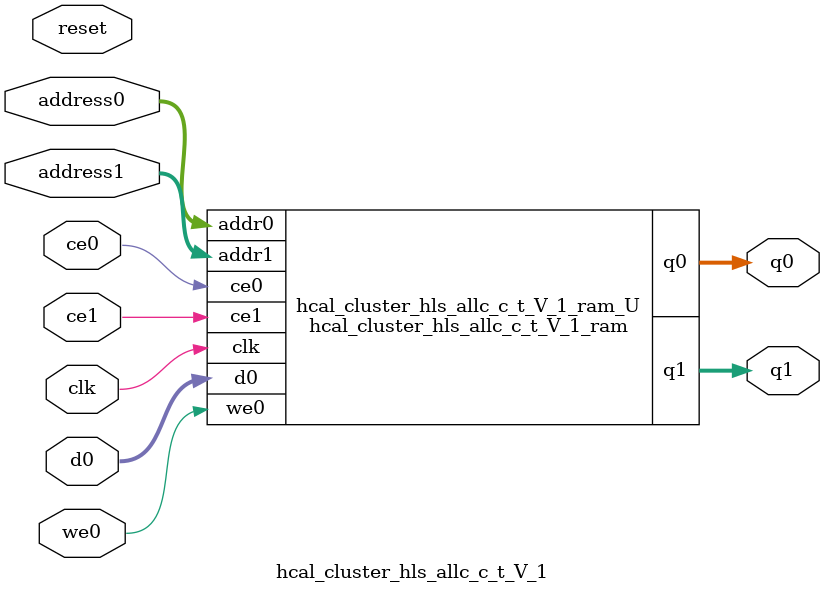
<source format=v>
`timescale 1 ns / 1 ps
module hcal_cluster_hls_allc_c_t_V_1_ram (addr0, ce0, d0, we0, q0, addr1, ce1, q1,  clk);

parameter DWIDTH = 3;
parameter AWIDTH = 9;
parameter MEM_SIZE = 288;

input[AWIDTH-1:0] addr0;
input ce0;
input[DWIDTH-1:0] d0;
input we0;
output reg[DWIDTH-1:0] q0;
input[AWIDTH-1:0] addr1;
input ce1;
output reg[DWIDTH-1:0] q1;
input clk;

reg [DWIDTH-1:0] ram[0:MEM_SIZE-1];




always @(posedge clk)  
begin 
    if (ce0) begin
        if (we0) 
            ram[addr0] <= d0; 
        q0 <= ram[addr0];
    end
end


always @(posedge clk)  
begin 
    if (ce1) begin
        q1 <= ram[addr1];
    end
end


endmodule

`timescale 1 ns / 1 ps
module hcal_cluster_hls_allc_c_t_V_1(
    reset,
    clk,
    address0,
    ce0,
    we0,
    d0,
    q0,
    address1,
    ce1,
    q1);

parameter DataWidth = 32'd3;
parameter AddressRange = 32'd288;
parameter AddressWidth = 32'd9;
input reset;
input clk;
input[AddressWidth - 1:0] address0;
input ce0;
input we0;
input[DataWidth - 1:0] d0;
output[DataWidth - 1:0] q0;
input[AddressWidth - 1:0] address1;
input ce1;
output[DataWidth - 1:0] q1;



hcal_cluster_hls_allc_c_t_V_1_ram hcal_cluster_hls_allc_c_t_V_1_ram_U(
    .clk( clk ),
    .addr0( address0 ),
    .ce0( ce0 ),
    .we0( we0 ),
    .d0( d0 ),
    .q0( q0 ),
    .addr1( address1 ),
    .ce1( ce1 ),
    .q1( q1 ));

endmodule


</source>
